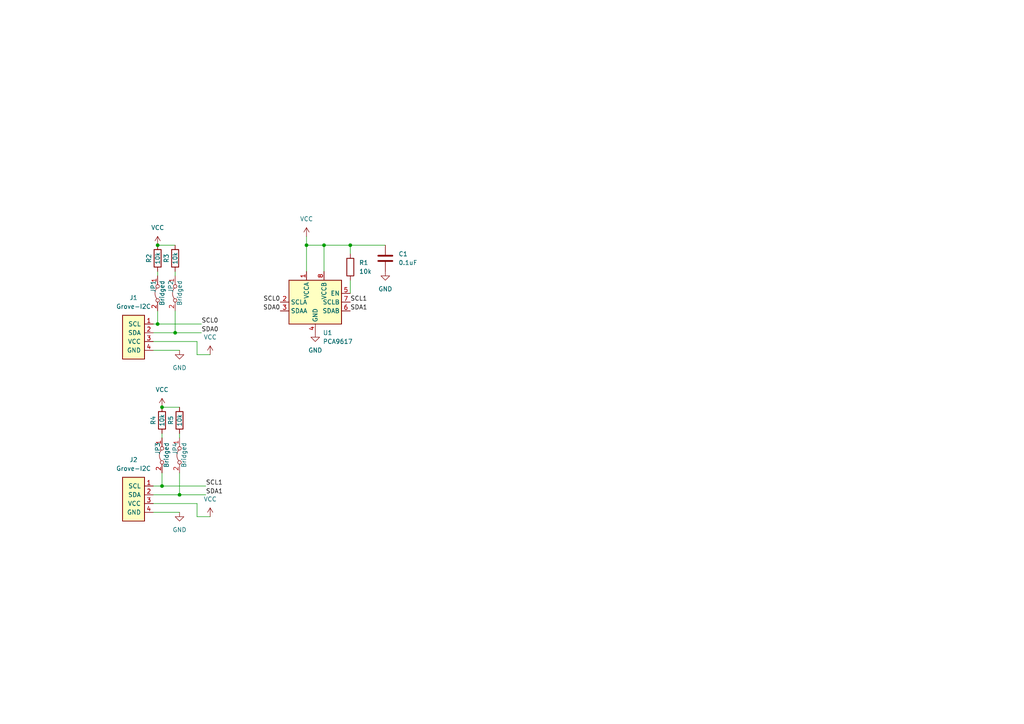
<source format=kicad_sch>
(kicad_sch (version 20230121) (generator eeschema)
  (paper "A4")
  (lib_symbols
    (symbol "Device:C" (pin_numbers hide) (pin_names (offset 0.254))
      (property "Reference" "C" (at 0.635 2.54 0))
      (property "Value" "C" (at 0.635 -2.54 0))
      (symbol "C_0_1"
        (polyline (pts (xy -2.032 -0.762) (xy 2.032 -0.762)) (stroke (width 0.508)))
        (polyline (pts (xy -2.032 0.762) (xy 2.032 0.762)) (stroke (width 0.508)))
      )
      (symbol "C_1_1"
        (pin passive line (at 0 3.81 270) (length 2.794) (name "~") (number "1"))
        (pin passive line (at 0 -3.81 90) (length 2.794) (name "~") (number "2"))
      )
    )
    (symbol "Device:R" (pin_numbers hide) (pin_names (offset 0))
      (property "Reference" "R" (at 2.032 0 90))
      (property "Value" "R" (at 0 0 90))
      (symbol "R_0_1"
        (rectangle (start -1.016 -2.54) (end 1.016 2.54) (stroke (width 0.254)))
      )
      (symbol "R_1_1"
        (pin passive line (at 0 3.81 270) (length 1.27) (name "~") (number "1"))
        (pin passive line (at 0 -3.81 90) (length 1.27) (name "~") (number "2"))
      )
    )
    (symbol "Jumper:Jumper_2_Bridged" (pin_names (offset 0) hide)
      (property "Reference" "JP" (at 0 1.905 0))
      (property "Value" "Jumper_2_Bridged" (at 0 -2.54 0))
      (symbol "Jumper_2_Bridged_0_0"
        (circle (center -2.032 0) (radius 0.508))
        (circle (center 2.032 0) (radius 0.508))
      )
      (symbol "Jumper_2_Bridged_0_1"
        (arc (start 1.524 0.254) (mid 0 0.762) (end -1.524 0.254))
      )
      (symbol "Jumper_2_Bridged_1_1"
        (pin passive line (at -5.08 0 0) (length 2.54) (name "A") (number "1"))
        (pin passive line (at 5.08 0 180) (length 2.54) (name "B") (number "2"))
      )
    )
    (symbol "asukiaaa-kicad-symbols:Grove-I2C-connector" (pin_names (offset 1.016))
      (property "Reference" "J" (at 1.27 -7.62 0))
      (property "Value" "Grove-I2C-connector" (at 1.27 7.62 0))
      (symbol "Grove-I2C-connector_0_1"
        (rectangle (start -2.54 6.35) (end 3.81 -6.35) (stroke (width 0.254)) (fill (type background)))
      )
      (symbol "Grove-I2C-connector_1_1"
        (pin input line (at 6.35 3.81 180) (length 2.54) (name "SCL") (number "1"))
        (pin input line (at 6.35 1.27 180) (length 2.54) (name "SDA") (number "2"))
        (pin power_in line (at 6.35 -1.27 180) (length 2.54) (name "VCC") (number "3"))
        (pin power_in line (at 6.35 -3.81 180) (length 2.54) (name "GND") (number "4"))
      )
    )
    (symbol "asukiaaa-kicad-symbols:I2C-repeater-PCA9617"
      (property "Reference" "U" (at 5.08 9.525 0))
      (property "Value" "PCA9617" (at 8.255 7.62 0))
      (symbol "I2C-repeater-PCA9617_1_1"
        (rectangle (start -7.62 6.35) (end 7.62 -6.35) (stroke (width 0.254)) (fill (type background)))
        (pin input line (at -2.54 8.89 270) (length 2.54) (name "VCCA") (number "1"))
        (pin input line (at -10.16 0 0) (length 2.54) (name "SCLA") (number "2"))
        (pin input line (at -10.16 -2.54 0) (length 2.54) (name "SDAA") (number "3"))
        (pin power_in line (at 0 -8.89 90) (length 2.54) (name "GND") (number "4"))
        (pin input line (at 10.16 2.54 180) (length 2.54) (name "EN") (number "5"))
        (pin input line (at 10.16 -2.54 180) (length 2.54) (name "SDAB") (number "6"))
        (pin input line (at 10.16 0 180) (length 2.54) (name "SCLB") (number "7"))
        (pin power_in line (at 2.54 8.89 270) (length 2.54) (name "VCCB") (number "8"))
      )
    )
    (symbol "power:GND" (power) (pin_names (offset 0))
      (property "Value" "GND" (at 0 -3.81 0))
      (symbol "GND_0_1"
        (polyline (pts (xy 0 0) (xy 0 -1.27) (xy 1.27 -1.27) (xy 0 -2.54) (xy -1.27 -1.27) (xy 0 -1.27)))
      )
      (symbol "GND_1_1"
        (pin power_in line (at 0 0 270) (length 0) hide (name "GND") (number "1"))
      )
    )
    (symbol "power:VCC" (power) (pin_names (offset 0))
      (property "Value" "VCC" (at 0 3.81 0))
      (symbol "VCC_0_1"
        (polyline (pts (xy -0.762 1.27) (xy 0 2.54)))
        (polyline (pts (xy 0 0) (xy 0 2.54)))
        (polyline (pts (xy 0 2.54) (xy 0.762 1.27)))
      )
      (symbol "VCC_1_1"
        (pin power_in line (at 0 0 90) (length 0) hide (name "VCC") (number "1"))
      )
    )
  )
  (junction (at 52.07 143.51))
  (junction (at 93.98 71.12))
  (junction (at 46.99 140.97))
  (junction (at 45.72 93.98))
  (junction (at 50.8 96.52))
  (junction (at 46.99 118.11))
  (junction (at 88.9 71.12))
  (junction (at 45.72 71.12))
  (junction (at 101.6 71.12))
  (wire (pts (xy 57.15 102.87) (xy 60.96 102.87)))
  (wire (pts (xy 52.07 125.73) (xy 52.07 127)))
  (wire (pts (xy 57.15 102.87) (xy 57.15 99.06)))
  (wire (pts (xy 59.69 140.97) (xy 46.99 140.97)))
  (wire (pts (xy 45.72 71.12) (xy 50.8 71.12)))
  (wire (pts (xy 46.99 140.97) (xy 44.45 140.97)))
  (wire (pts (xy 45.72 93.98) (xy 44.45 93.98)))
  (wire (pts (xy 101.6 71.12) (xy 111.76 71.12)))
  (wire (pts (xy 50.8 96.52) (xy 44.45 96.52)))
  (wire (pts (xy 58.42 96.52) (xy 50.8 96.52)))
  (wire (pts (xy 46.99 137.16) (xy 46.99 140.97)))
  (wire (pts (xy 44.45 148.59) (xy 52.07 148.59)))
  (wire (pts (xy 88.9 71.12) (xy 88.9 78.74)))
  (wire (pts (xy 57.15 149.86) (xy 57.15 146.05)))
  (wire (pts (xy 57.15 149.86) (xy 60.96 149.86)))
  (wire (pts (xy 59.69 143.51) (xy 52.07 143.51)))
  (wire (pts (xy 50.8 90.17) (xy 50.8 96.52)))
  (wire (pts (xy 50.8 78.74) (xy 50.8 80.01)))
  (wire (pts (xy 93.98 71.12) (xy 101.6 71.12)))
  (wire (pts (xy 101.6 71.12) (xy 101.6 73.66)))
  (wire (pts (xy 45.72 90.17) (xy 45.72 93.98)))
  (wire (pts (xy 58.42 93.98) (xy 45.72 93.98)))
  (wire (pts (xy 88.9 71.12) (xy 93.98 71.12)))
  (wire (pts (xy 44.45 101.6) (xy 52.07 101.6)))
  (wire (pts (xy 46.99 125.73) (xy 46.99 127)))
  (wire (pts (xy 46.99 118.11) (xy 52.07 118.11)))
  (wire (pts (xy 52.07 143.51) (xy 44.45 143.51)))
  (wire (pts (xy 101.6 81.28) (xy 101.6 85.09)))
  (wire (pts (xy 88.9 68.58) (xy 88.9 71.12)))
  (wire (pts (xy 52.07 137.16) (xy 52.07 143.51)))
  (wire (pts (xy 57.15 146.05) (xy 44.45 146.05)))
  (wire (pts (xy 57.15 99.06) (xy 44.45 99.06)))
  (wire (pts (xy 93.98 71.12) (xy 93.98 78.74)))
  (wire (pts (xy 45.72 78.74) (xy 45.72 80.01)))
  (label "SCL1" (at 59.69 140.97 0))
  (label "SCL0" (at 81.28 87.63 180))
  (label "SCL1" (at 101.6 87.63 0))
  (label "SCL0" (at 58.42 93.98 0))
  (label "SDA1" (at 101.6 90.17 0))
  (label "SDA1" (at 59.69 143.51 0))
  (label "SDA0" (at 58.42 96.52 0))
  (label "SDA0" (at 81.28 90.17 180))
  (symbol (lib_id "power:GND") (at 111.76 78.74 0) (unit 1)
    (property "Reference" "#PWR07" (effects hide))
    (property "Value" "GND" (at 111.76 83.82 0))
  )
  (symbol (lib_id "Jumper:Jumper_2_Bridged") (at 46.99 132.08 90) (mirror x) (unit 1)
    (property "Reference" "JP3" (at 45.72 128.27 0) (effects (justify left)))
    (property "Value" "Bridged" (at 48.26 128.27 0) (effects (justify left)))
    (property "Footprint" "Jumper:SolderJumper-2_P1.3mm_Bridged_RoundedPad1.0x1.5mm" (effects hide))
  )
  (symbol (lib_id "Jumper:Jumper_2_Bridged") (at 50.8 85.09 90) (mirror x) (unit 1)
    (property "Reference" "JP2" (at 49.53 81.28 0) (effects (justify left)))
    (property "Value" "Bridged" (at 52.07 81.28 0) (effects (justify left)))
    (property "Footprint" "Jumper:SolderJumper-2_P1.3mm_Bridged_RoundedPad1.0x1.5mm" (effects hide))
  )
  (symbol (lib_id "Device:C") (at 111.76 74.93 0) (unit 1)
    (property "Reference" "C1" (at 115.57 73.66 0) (effects (justify left)))
    (property "Value" "0.1uF" (at 115.57 76.2 0) (effects (justify left)))
    (property "Footprint" "Capacitor_SMD:C_0402_1005Metric" (effects hide))
  )
  (symbol (lib_id "Device:R") (at 45.72 74.93 0) (unit 1)
    (property "Reference" "R2" (at 43.18 74.93 90))
    (property "Value" "10k" (at 45.72 74.93 90))
    (property "Footprint" "Resistor_SMD:R_0402_1005Metric" (effects hide))
  )
  (symbol (lib_id "asukiaaa-kicad-symbols:Grove-I2C-connector") (at 38.1 144.78 0) (unit 1)
    (property "Reference" "J2" (at 38.735 133.35 0))
    (property "Value" "Grove-I2C" (at 38.735 135.89 0))
    (property "Footprint" "asukiaaa-kicad-footprints:NS-Tech_Grove_1x04_P2mm_Horizontal_silk_inside" (effects hide))
  )
  (symbol (lib_id "power:VCC") (at 88.9 68.58 0) (unit 1)
    (property "Reference" "#PWR05" (effects hide))
    (property "Value" "VCC" (at 88.9 63.5 0))
  )
  (symbol (lib_id "Jumper:Jumper_2_Bridged") (at 52.07 132.08 90) (mirror x) (unit 1)
    (property "Reference" "JP4" (at 50.8 128.27 0) (effects (justify left)))
    (property "Value" "Bridged" (at 53.34 128.27 0) (effects (justify left)))
    (property "Footprint" "Jumper:SolderJumper-2_P1.3mm_Bridged_RoundedPad1.0x1.5mm" (effects hide))
  )
  (symbol (lib_id "power:GND") (at 52.07 101.6 0) (unit 1)
    (property "Reference" "#PWR02" (effects hide))
    (property "Value" "GND" (at 52.07 106.68 0))
  )
  (symbol (lib_id "power:VCC") (at 60.96 149.86 0) (unit 1)
    (property "Reference" "#PWR03" (effects hide))
    (property "Value" "VCC" (at 60.96 144.78 0))
  )
  (symbol (lib_id "Device:R") (at 46.99 121.92 0) (unit 1)
    (property "Reference" "R4" (at 44.45 121.92 90))
    (property "Value" "10k" (at 46.99 121.92 90))
    (property "Footprint" "Resistor_SMD:R_0402_1005Metric" (effects hide))
  )
  (symbol (lib_id "power:GND") (at 52.07 148.59 0) (unit 1)
    (property "Reference" "#PWR04" (effects hide))
    (property "Value" "GND" (at 52.07 153.67 0))
  )
  (symbol (lib_id "asukiaaa-kicad-symbols:Grove-I2C-connector") (at 38.1 97.79 0) (unit 1)
    (property "Reference" "J1" (at 38.735 86.36 0))
    (property "Value" "Grove-I2C" (at 38.735 88.9 0))
    (property "Footprint" "asukiaaa-kicad-footprints:NS-Tech_Grove_1x04_P2mm_Horizontal_silk_inside" (effects hide))
  )
  (symbol (lib_id "power:GND") (at 91.44 96.52 0) (unit 1)
    (property "Reference" "#PWR06" (effects hide))
    (property "Value" "GND" (at 91.44 101.6 0))
  )
  (symbol (lib_id "Device:R") (at 52.07 121.92 0) (unit 1)
    (property "Reference" "R5" (at 49.53 121.92 90))
    (property "Value" "10k" (at 52.07 121.92 90))
    (property "Footprint" "Resistor_SMD:R_0402_1005Metric" (effects hide))
  )
  (symbol (lib_id "power:VCC") (at 60.96 102.87 0) (unit 1)
    (property "Reference" "#PWR01" (effects hide))
    (property "Value" "VCC" (at 60.96 97.79 0))
  )
  (symbol (lib_id "Jumper:Jumper_2_Bridged") (at 45.72 85.09 90) (mirror x) (unit 1)
    (property "Reference" "JP1" (at 44.45 81.28 0) (effects (justify left)))
    (property "Value" "Bridged" (at 46.99 81.28 0) (effects (justify left)))
    (property "Footprint" "Jumper:SolderJumper-2_P1.3mm_Bridged_RoundedPad1.0x1.5mm" (effects hide))
  )
  (symbol (lib_id "Device:R") (at 50.8 74.93 0) (unit 1)
    (property "Reference" "R3" (at 48.26 74.93 90))
    (property "Value" "10k" (at 50.8 74.93 90))
    (property "Footprint" "Resistor_SMD:R_0402_1005Metric" (effects hide))
  )
  (symbol (lib_id "Device:R") (at 101.6 77.47 0) (unit 1)
    (property "Reference" "R1" (at 104.14 76.2 0) (effects (justify left)))
    (property "Value" "10k" (at 104.14 78.74 0) (effects (justify left)))
    (property "Footprint" "Resistor_SMD:R_0402_1005Metric" (effects hide))
  )
  (symbol (lib_id "power:VCC") (at 45.72 71.12 0) (unit 1)
    (property "Reference" "#PWR08" (effects hide))
    (property "Value" "VCC" (at 45.72 66.04 0))
  )
  (symbol (lib_id "power:VCC") (at 46.99 118.11 0) (unit 1)
    (property "Reference" "#PWR09" (effects hide))
    (property "Value" "VCC" (at 46.99 113.03 0))
  )
  (symbol (lib_id "asukiaaa-kicad-symbols:I2C-repeater-PCA9617") (at 91.44 87.63 0) (unit 1)
    (property "Reference" "U1" (at 93.6341 96.52 0) (effects (justify left)))
    (property "Value" "PCA9617" (at 93.6341 99.06 0) (effects (justify left)))
    (property "Footprint" "Package_SO:TSSOP-8_3x3mm_P0.65mm" (effects hide))
  )
)
</source>
